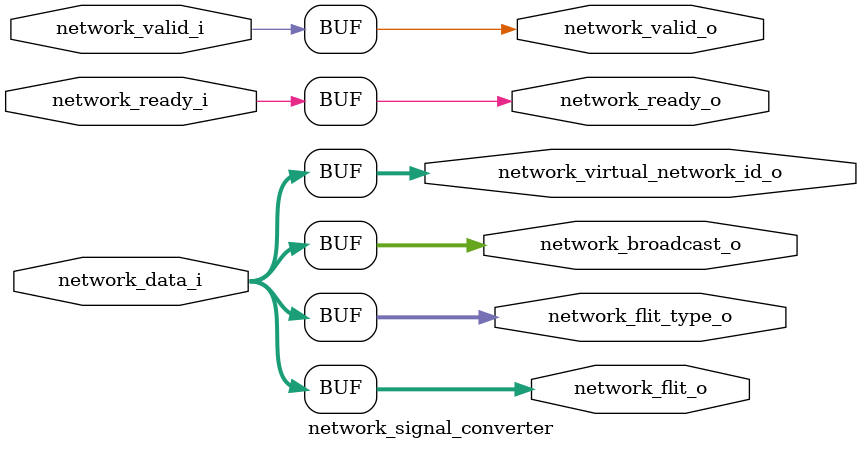
<source format=v>

`timescale 1ns/1ns

module network_signal_converter #(
  parameter  integer NetworkIfFlitWidth             = 0,  // Network interface configuration. Size (in bits) of the data flit signal
  parameter  integer NetworkIfFlitTypeWidth         = 0,  // Network interface configuration. Size (in bits) of the Flit Type signal
  parameter  integer NetworkIfBroadcastWidth        = 0,  // Network interface configuration. Size (in bits) of the broadcast signal
  parameter  integer NetworkIfVirtualNetworkIdWidth = 0,  // Network interface configuration. Size (in bits) of the Virtual Network identifier
  localparam integer NetworkIfDataWidth = NetworkIfFlitWidth +
                                          NetworkIfFlitTypeWidth +
                                          NetworkIfBroadcastWidth +
                                          NetworkIfVirtualNetworkIdWidth  // Network configuration. Size (in bits) to pack the network signals
) (
  // Network packed signals  
  input                          network_valid_i,
  output                         network_ready_o,
  input [NetworkIfDataWidth-1:0] network_data_i,

  // Network unpacked signals
  output                                      network_valid_o,
  input                                       network_ready_i,
  output [NetworkIfFlitWidth-1:0]             network_flit_o,
  output [NetworkIfFlitTypeWidth-1:0]         network_flit_type_o,
  output [NetworkIfBroadcastWidth-1:0]        network_broadcast_o,
  output [NetworkIfVirtualNetworkIdWidth-1:0] network_virtual_network_id_o
);

  // Let's use Constant convention here since both Constant and Parameters are mixed here
  localparam integer NETWORK_FLIT_LSB = 0;
  localparam integer NETWORK_FLIT_MSB = NETWORK_FLIT_LSB + NetworkIfFlitWidth - 1;
  localparam integer NETWORK_FLIT_TYPE_LSB = NETWORK_FLIT_MSB + 1;
  localparam integer NETWORK_FLIT_TYPE_MSB = NETWORK_FLIT_TYPE_LSB + NetworkIfFlitTypeWidth - 1;
  localparam integer NETWORK_BROADCAST_LSB = NETWORK_FLIT_TYPE_MSB + 1;
  localparam integer NETWORK_BROADCAST_MSB = NETWORK_BROADCAST_LSB + NetworkIfBroadcastWidth - 1;
  localparam integer NETWORK_VIRTUAL_NETWORK_ID_LSB = NETWORK_BROADCAST_MSB + 1;
  localparam integer NETWORK_VIRTUAL_NETWORK_ID_MSB = NETWORK_VIRTUAL_NETWORK_ID_LSB + NetworkIfVirtualNetworkIdWidth - 1;

  assign network_valid_o              = network_valid_i;
  assign network_ready_o              = network_ready_i;
  assign network_flit_o               = network_data_i[NETWORK_FLIT_MSB:NETWORK_FLIT_LSB];
  assign network_flit_type_o          = network_data_i[NETWORK_FLIT_TYPE_MSB:NETWORK_FLIT_TYPE_LSB];
  assign network_broadcast_o          = network_data_i[NETWORK_BROADCAST_MSB:NETWORK_BROADCAST_LSB];
  assign network_virtual_network_id_o = network_data_i[NETWORK_VIRTUAL_NETWORK_ID_MSB:NETWORK_VIRTUAL_NETWORK_ID_LSB];

endmodule

</source>
